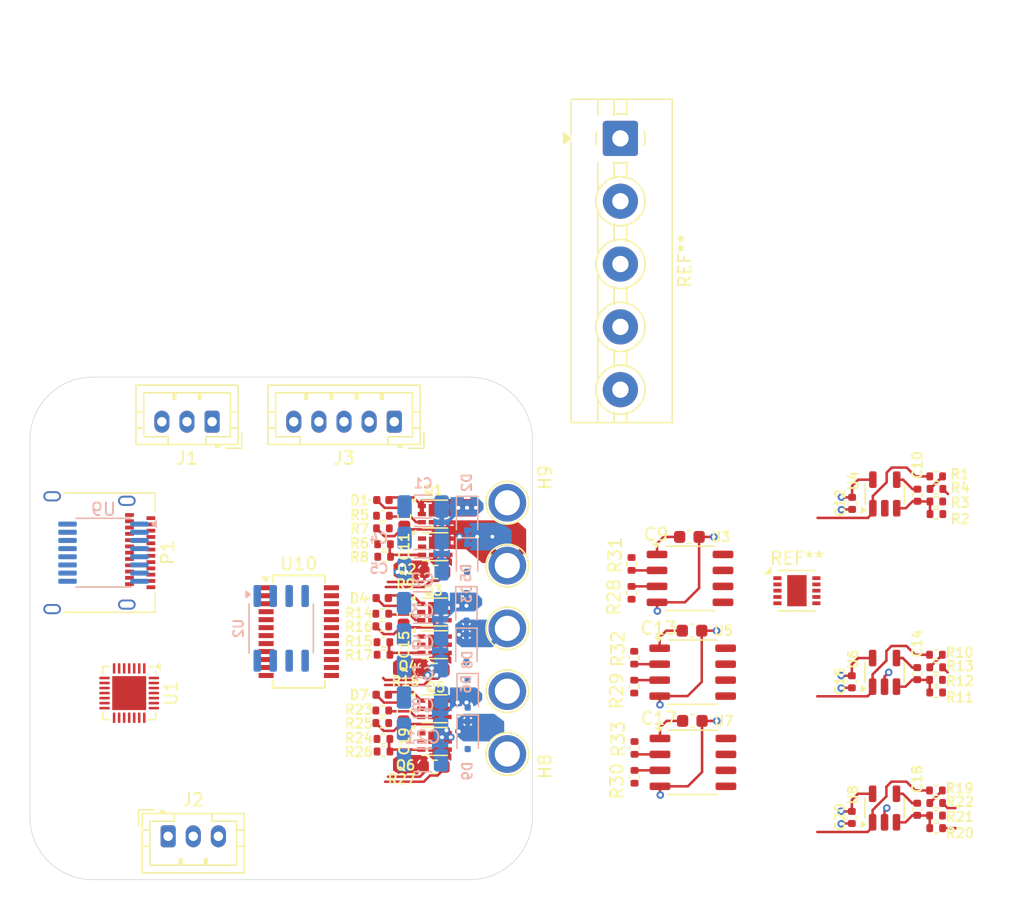
<source format=kicad_pcb>
(kicad_pcb (version 20240108) (generator "pcbnew") (generator_version "8.0")
  (layers (0 "F.Cu" signal) (1 "In1.Cu" signal) (2 "In2.Cu" signal) (31 "B.Cu" signal) (34 "B.Paste" user) (35 "F.Paste" user) (36 "B.SilkS" user "B.Silkscreen") (37 "F.SilkS" user "F.Silkscreen") (38 "B.Mask" user) (39 "F.Mask" user) (44 "Edge.Cuts" user))
  (net 0 "")
  (net 1 "VBUS")
  (net 2 "GND")
  (net 3 "Net-(Q1-G)")
  (net 4 "Net-(Q2-G)")
  (net 5 "Net-(Q3-G)")
  (net 6 "Net-(Q4-G)")
  (net 7 "Net-(Q5-G)")
  (net 8 "Net-(Q6-G)")
  (net 9 "+12V")
  (net 10 "Net-(U4A--)")
  (net 11 "Net-(U4A-+)")
  (net 12 "Net-(D1-K)")
  (net 13 "/PHASE_U")
  (net 14 "+3V3")
  (net 15 "Net-(U6A--)")
  (net 16 "Net-(U6A-+)")
  (net 17 "Net-(D4-K)")
  (net 18 "/PHASE_V")
  (net 19 "Net-(U8A--)")
  (net 20 "Net-(U8A-+)")
  (net 21 "Net-(D7-K)")
  (net 22 "/PHASE_W")
  (net 23 "/Half-Bridge U/I_SENSE")
  (net 24 "Net-(U3-HO)")
  (net 25 "Net-(U3-LO)")
  (net 26 "/Half-Bridge V/I_SENSE")
  (net 27 "Net-(U5-HO)")
  (net 28 "Net-(U5-LO)")
  (net 29 "/Half-Bridge W/I_SENSE")
  (net 30 "Net-(U7-HO)")
  (net 31 "Net-(U7-LO)")
  (net 40 "/Half-Bridge U/~{PWM_LO}")
  (net 41 "/Half-Bridge U/PWM_HI")
  (net 42 "/Half-Bridge V/PWM_HI")
  (net 43 "/Half-Bridge V/~{PWM_LO}")
  (net 44 "/Half-Bridge W/PWM_HI")
  (net 45 "/Half-Bridge W/~{PWM_LO}")
  (net 46 "Net-(Q2-S-Pad4)")
  (net 47 "Net-(Q4-S-Pad4)")
  (net 48 "Net-(Q6-S-Pad4)")
  (net 49 "Net-(P1-VBUS-PadA4)")
  (net 51 "Net-(P1-GND-PadA1)")
  (net 117 "Net-(U1-VSS-Pad16)")
  (footprint "Resistor_SMD:R_0402_1005Metric" (layer "F.Cu") (at 263.095 152.036 180)
    (property "Reference" "R7")
    (property "Value" "1k")
  )
  (footprint "Diode_SMD:D_0402_1005Metric" (layer "F.Cu") (at 263.045 157.586)
    (property "Reference" "D4")
    (property "Value" "D_Schottky_Filled")
  )
  (footprint "Capacitor_SMD:C_0402_1005Metric" (layer "F.Cu") (at 305.624 174.4 90)
    (property "Reference" "C18")
    (property "Value" "C_Small")
  )
  (footprint "TestPoint:TestPoint_Plated_Hole_D2.0mm" (layer "F.Cu") (at 273 170 90)
    (property "Reference" "H8")
    (property "Value" "MountingHole_Pad")
  )
  (footprint "Capacitor_SMD:C_0402_1005Metric" (layer "F.Cu") (at 305.624 163.6 90)
    (property "Reference" "C14")
    (property "Value" "C_Small")
  )
  (footprint "Resistor_SMD:R_0402_1005Metric" (layer "F.Cu") (at 307.114 172.9)
    (property "Reference" "R19")
    (property "Value" "47k")
  )
  (footprint "TerminalBlock:TerminalBlock_MaiXu_MX126-5.0-05P_1x05_P5.00mm" (layer "F.Cu") (at 282 121 -90)
    (property "Reference" "REF**")
    (property "Value" "TerminalBlock_MaiXu_MX126-5.0-05P_1x05_P5.00mm")
  )
  (footprint "Resistor_SMD:R_0402_1005Metric" (layer "F.Cu") (at 263.185 153.3)
    (property "Reference" "R6")
    (property "Value" "10")
  )
  (footprint "Resistor_SMD:R_0402_1005Metric" (layer "F.Cu") (at 263.135 161.1)
    (property "Reference" "R15")
    (property "Value" "10")
  )
  (footprint "Capacitor_SMD:C_0402_1005Metric" (layer "F.Cu") (at 300.444 150.05 -90)
    (property "Reference" "C12")
    (property "Value" "0.1uF")
  )
  (footprint "Resistor_SMD:R_0402_1005Metric" (layer "F.Cu") (at 283.1 164.635 -90)
    (property "Reference" "R29")
    (property "Value" "10k")
  )
  (footprint "FreeWheel:DFN-6-1EP_2x2mm_P0.65mm_2xEP" (layer "F.Cu") (at 267.245 150.9)
    (property "Reference" "Q1")
    (property "Value" "HSCB3014")
  )
  (footprint "Resistor_SMD:R_0402_1005Metric" (layer "F.Cu") (at 263.045 158.836)
    (property "Reference" "R14")
    (property "Value" "10")
  )
  (footprint "TestPoint:TestPoint_Plated_Hole_D2.0mm" (layer "F.Cu") (at 273 165)
    (property "Reference" "H7" (hide yes))
    (property "Value" "MountingHole_Pad")
  )
  (footprint "Resistor_SMD:R_0402_1005Metric" (layer "F.Cu") (at 263.145 162.1 180)
    (property "Reference" "R17")
    (property "Value" "1k")
  )
  (footprint "Diode_SMD:D_0402_1005Metric" (layer "F.Cu") (at 263.095 149.786)
    (property "Reference" "D1")
    (property "Value" "D_Schottky_Filled")
  )
  (footprint "Capacitor_SMD:C_0603_1608Metric" (layer "F.Cu") (at 287.49 152.72)
    (property "Reference" "C9")
    (property "Value" "1uF")
  )
  (footprint "Capacitor_SMD:C_0603_1608Metric" (layer "F.Cu") (at 287.7 160.185)
    (property "Reference" "C13")
    (property "Value" "1uF")
  )
  (footprint "Resistor_SMD:R_0402_1005Metric" (layer "F.Cu") (at 307.114 162.1)
    (property "Reference" "R10")
    (property "Value" "47k")
  )
  (footprint "FreeWheel:DFN-6-1EP_2x2mm_P0.65mm_2xEP" (layer "F.Cu") (at 267.21 169)
    (property "Reference" "Q6")
    (property "Value" "HSCB3014")
  )
  (footprint "Connector_JST:JST_PH_B3B-PH-K_1x03_P2.00mm_Vertical" (layer "F.Cu") (at 249.5 143.55 180)
    (property "Reference" "J1")
    (property "Value" "Conn_01x03")
  )
  (footprint "Package_TO_SOT_SMD:SOT-23-5" (layer "F.Cu") (at 303.044 149.3 90)
    (property "Reference" "U4")
    (property "Value" "COS8051")
  )
  (footprint "Connector_JST:JST_PH_B3B-PH-K_1x03_P2.00mm_Vertical" (layer "F.Cu") (at 246 176.55)
    (property "Reference" "J2")
    (property "Value" "Conn_01x03")
  )
  (footprint "Capacitor_SMD:C_0402_1005Metric" (layer "F.Cu") (at 305.644 149.4 90)
    (property "Reference" "C10")
    (property "Value" "C_Small")
  )
  (footprint "Resistor_SMD:R_0402_1005Metric" (layer "F.Cu") (at 307.134 175.9 180)
    (property "Reference" "R20")
    (property "Value" "47k")
  )
  (footprint "Resistor_SMD:R_0402_1005Metric" (layer "F.Cu") (at 283.125 171.815 -90)
    (property "Reference" "R30")
    (property "Value" "10k")
  )
  (footprint "Resistor_SMD:R_0603_1608Metric" (layer "F.Cu") (at 267.182999 163.314 180)
    (property "Reference" "R18")
    (property "Value" "10m")
  )
  (footprint "MountingHole:MountingHole_2.7mm_M2.5" (layer "F.Cu") (at 239 144)
    (property "Reference" "H2" (hide yes))
    (property "Value" "MountingHole")
  )
  (footprint "Resistor_SMD:R_0603_1608Metric" (layer "F.Cu") (at 267.233 155.514 180)
    (property "Reference" "R9")
    (property "Value" "10m")
  )
  (footprint "Capacitor_SMD:C_0402_1005Metric" (layer "F.Cu") (at 300.424 164.25 -90)
    (property "Reference" "C16")
    (property "Value" "0.1uF")
  )
  (footprint "Resistor_SMD:R_0402_1005Metric" (layer "F.Cu") (at 307.134 163.1)
    (property "Reference" "R13")
    (property "Value" "10k")
  )
  (footprint "Capacitor_SMD:C_0603_1608Metric" (layer "F.Cu") (at 287.725 167.365)
    (property "Reference" "C17")
    (property "Value" "1uF")
  )
  (footprint "Resistor_SMD:R_0402_1005Metric" (layer "F.Cu") (at 307.124 174.9)
    (property "Reference" "R21")
    (property "Value" "10k")
  )
  (footprint "Resistor_SMD:R_0402_1005Metric" (layer "F.Cu") (at 263.045 159.835999 180)
    (property "Reference" "R16")
    (property "Value" "1k")
  )
  (footprint "MountingHole:MountingHole_2.7mm_M2.5" (layer "F.Cu") (at 271 176)
    (property "Reference" "H4" (hide yes))
    (property "Value" "MountingHole")
  )
  (footprint "Resistor_SMD:R_0402_1005Metric" (layer "F.Cu") (at 307.134 165.1 180)
    (property "Reference" "R11")
    (property "Value" "47k")
  )
  (footprint "Resistor_SMD:R_0402_1005Metric" (layer "F.Cu") (at 307.144 149.9)
    (property "Reference" "R3")
    (property "Value" "10k")
  )
  (footprint "TestPoint:TestPoint_Plated_Hole_D2.0mm" (layer "F.Cu") (at 273 160)
    (property "Reference" "H6" (hide yes))
    (property "Value" "MountingHole_Pad")
  )
  (footprint "Capacitor_SMD:C_0603_1608Metric" (layer "F.Cu") (at 264.795 151.1 -90)
    (property "Reference" "C11")
    (property "Value" "1uF")
  )
  (footprint "Package_DFN_QFN:DFN-10-1EP_3x3mm_P0.5mm_EP1.55x2.48mm" (layer "F.Cu") (at 296.05 157)
    (property "Reference" "REF**")
    (property "Value" "DFN-10-1EP_3x3mm_P0.5mm_EP1.55x2.48mm")
  )
  (footprint "Resistor_SMD:R_0402_1005Metric" (layer "F.Cu") (at 283.1 162.335 -90)
    (property "Reference" "R32")
    (property "Value" "10k")
  )
  (footprint "Resistor_SMD:R_0402_1005Metric" (layer "F.Cu") (at 282.89 157.17 -90)
    (property "Reference" "R28")
    (property "Value" "10k")
  )
  (footprint "Resistor_SMD:R_0402_1005Metric" (layer "F.Cu") (at 307.124 164.1)
    (property "Reference" "R12")
    (property "Value" "10k")
  )
  (footprint "Resistor_SMD:R_0402_1005Metric" (layer "F.Cu") (at 307.154 148.9)
    (property "Reference" "R4")
    (property "Value" "10k")
  )
  (footprint "TestPoint:TestPoint_Plated_Hole_D2.0mm" (layer "F.Cu") (at 273 150 90)
    (property "Reference" "H9")
    (property "Value" "MountingHole_Pad")
  )
  (footprint "Connector_USB:USB_C_Receptacle_Amphenol_12401610E4-2A" (layer "F.Cu") (at 239.605 153.975 -90)
    (property "Reference" "P1")
    (property "Value" "USB_C_Plug_USB2.0")
  )
  (footprint "Package_DFN_QFN:QFN-28-1EP_4x4mm_P0.4mm_EP2.7x2.7mm" (layer "F.Cu") (at 242.9 165.15 -90)
    (property "Reference" "U1")
    (property "Value" "CH32V203GxUx")
  )
  (footprint "Resistor_SMD:R_0402_1005Metric" (layer "F.Cu") (at 263.095 151.036)
    (property "Reference" "R5")
    (property "Value" "10")
  )
  (footprint "Resistor_SMD:R_0402_1005Metric" (layer "F.Cu") (at 263.045 167.535999 180)
    (property "Reference" "R25")
    (property "Value" "1k")
  )
  (footprint "Capacitor_SMD:C_0402_1005Metric" (layer "F.Cu") (at 300.424 175.05 -90)
    (property "Reference" "C20")
    (property "Value" "0.1uF")
  )
  (footprint "Diode_SMD:D_0402_1005Metric" (layer "F.Cu") (at 263.045 165.286)
    (property "Reference" "D7")
    (property "Value" "D_Schottky_Filled")
  )
  (footprint "Resistor_SMD:R_0402_1005Metric" (layer "F.Cu") (at 263.045 166.536)
    (property "Reference" "R23")
    (property "Value" "10")
  )
  (footprint "Resistor_SMD:R_0603_1608Metric" (layer "F.Cu") (at 267.182999 171.014 180)
    (property "Reference" "R27")
    (property "Value" "10m")
  )
  (footprint "Resistor_SMD:R_0402_1005Metric" (layer "F.Cu") (at 263.135 168.8)
    (property "Reference" "R24")
    (property "Value" "10")
  )
  (footprint "FreeWheel:DFN-6-1EP_2x2mm_P0.65mm_2xEP" (layer "F.Cu") (at 267.195 166.400001)
    (property "Reference" "Q5")
    (property "Value" "HSCB3014")
  )
  (footprint "Resistor_SMD:R_0402_1005Metric" (layer "F.Cu") (at 307.134 147.9)
    (property "Reference" "R1")
    (property "Value" "47k")
  )
  (footprint "Package_TO_SOT_SMD:SOT-23-5" (layer "F.Cu") (at 303.024 174.3 90)
    (property "Reference" "U8")
    (property "Value" "COS8051")
  )
  (footprint "Resistor_SMD:R_0402_1005Metric" (layer "F.Cu") (at 307.134 173.9)
    (property "Reference" "R22")
    (property "Value" "10k")
  )
  (footprint "TestPoint:TestPoint_Plated_Hole_D2.0mm" (layer "F.Cu") (at 273 155)
    (property "Reference" "H5" (hide yes))
    (property "Value" "MountingHole_Pad")
  )
  (footprint "Connector_JST:JST_PH_B5B-PH-K_1x05_P2.00mm_Vertical" (layer "F.Cu") (at 264 143.55 180)
    (property "Reference" "J3")
    (property "Value" "Conn_01x05")
  )
  (footprint "FreeWheel:DFN-6-1EP_2x2mm_P0.65mm_2xEP" (layer "F.Cu") (at 267.26 153.5)
    (property "Reference" "Q2")
    (property "Value" "HSCB3014")
  )
  (footprint "Resistor_SMD:R_0402_1005Metric" (layer "F.Cu") (at 283.125 169.515 -90)
    (property "Reference" "R33")
    (property "Value" "10k")
  )
  (footprint "Capacitor_SMD:C_0603_1608Metric" (layer "F.Cu") (at 264.745 166.6 -90)
    (property "Reference" "C19")
    (property "Value" "1uF")
  )
  (footprint "Capacitor_SMD:C_0603_1608Metric" (layer "F.Cu") (at 264.745 158.9 -90)
    (property "Reference" "C15")
    (property "Value" "1uF")
  )
  (footprint "MountingHole:MountingHole_2.7mm_M2.5" (layer "F.Cu") (at 239 176)
    (property "Reference" "H3" (hide yes))
    (property "Value" "MountingHole")
  )
  (footprint "Package_SO:SOP-8_3.9x4.9mm_P1.27mm" (layer "F.Cu") (at 287.54 156.02)
    (property "Reference" "U3")
    (property "Value" "U2115C")
  )
  (footprint "Resistor_SMD:R_0402_1005Metric" (layer "F.Cu") (at 307.154 150.9 180)
    (property "Reference" "R2")
    (property "Value" "47k")
  )
  (footprint "Resistor_SMD:R_0402_1005Metric" (layer "F.Cu") (at 282.89 154.87 -90)
    (property "Reference" "R31")
    (property "Value" "10k")
  )
  (footprint "MountingHole:MountingHole_2.7mm_M2.5" (layer "F.Cu") (at 271 144)
    (property "Reference" "H1" (hide yes))
    (property "Value" "MountingHole")
  )
  (footprint "Resistor_SMD:R_0402_1005Metric" (layer "F.Cu") (at 263.145 169.8 180)
    (property "Reference" "R26")
    (property "Value" "1k")
  )
  (footprint "FreeWheel:DFN-6-1EP_2x2mm_P0.65mm_2xEP" (layer "F.Cu") (at 267.195 158.700001)
    (property "Reference" "Q3")
    (property "Value" "HSCB3014")
  )
  (footprint "Resistor_SMD:R_0402_1005Metric" (layer "F.Cu") (at 263.195 154.3 180)
    (property "Reference" "R8")
    (property "Value" "1k")
  )
  (footprint "Package_SO:SOP-8_3.9x4.9mm_P1.27mm" (layer "F.Cu") (at 287.775 170.665)
    (property "Reference" "U7")
    (property "Value" "U2115C")
  )
  (footprint "Package_SO:SOP-8_3.9x4.9mm_P1.27mm" (layer "F.Cu") (at 287.75 163.485)
    (property "Reference" "U5")
    (property "Value" "U2115C")
  )
  (footprint "Package_SO:SSOP-24_3.9x8.7mm_P0.635mm" (layer "F.Cu") (at 256.4 160.2575)
    (property "Reference" "U10")
    (property "Value" "UC6310")
  )
  (footprint "FreeWheel:DFN-6-1EP_2x2mm_P0.65mm_2xEP" (layer "F.Cu") (at 267.21 161.3)
    (property "Reference" "Q4")
    (property "Value" "HSCB3014")
  )
  (footprint "Package_TO_SOT_SMD:SOT-23-5" (layer "F.Cu") (at 303.024 163.5 90)
    (property "Reference" "U6")
    (property "Value" "COS8051")
  )
  (footprint "Diode_SMD:D_SOD-323F" (layer "B.Cu") (at 269.795 154.4 -90)
    (property "Reference" "D3")
    (property "Value" "D_Schottky_Filled")
  )
  (footprint "Diode_SMD:D_SOD-323F" (layer "B.Cu") (at 269.742258 158.288681 -90)
    (property "Reference" "D5")
    (property "Value" "D_Schottky_Filled")
  )
  (footprint "Capacitor_SMD:C_1206_3216Metric" (layer "B.Cu") (at 266.25 170.5 180)
    (property "Reference" "C21")
    (property "Value" "10uF")
  )
  (footprint "Diode_SMD:D_SOD-323F" (layer "B.Cu") (at 269.742258 161.588681 -90)
    (property "Reference" "D6")
    (property "Value" "D_Schottky_Filled")
  )
  (footprint "Diode_SMD:D_SOD-323F" (layer "B.Cu") (at 269.795 151.1 -90)
    (property "Reference" "D2")
    (property "Value" "D_Schottky_Filled")
  )
  (footprint "Capacitor_SMD:C_1206_3216Metric" (layer "B.Cu") (at 266.295 152.8 180)
    (property "Reference" "C4")
    (property "Value" "10uF")
  )
  (footprint "Capacitor_SMD:C_1206_3216Metric" (layer "B.Cu") (at 266.25 160.5 180)
    (property "Reference" "C3")
    (property "Value" "10uF")
  )
  (footprint "Capacitor_SMD:C_1206_3216Metric" (layer "B.Cu") (at 266.295 150.3 180)
    (property "Reference" "C1")
    (property "Value" "10uF")
  )
  (footprint "Diode_SMD:D_SOD-323F" (layer "B.Cu") (at 269.842435 168.502829 -90)
    (property "Reference" "D9")
    (property "Value" "D_Schottky_Filled")
  )
  (footprint "Package_SO:TSSOP-16_4.4x5mm_P0.65mm" (layer "B.Cu") (at 240.855 153.975 180)
    (property "Reference" "U9")
    (property "Value" "IP2721")
  )
  (footprint "Capacitor_SMD:C_1206_3216Metric" (layer "B.Cu") (at 266.25 165.5 180)
    (property "Reference" "C7")
    (property "Value" "10uF")
  )
  (footprint "Capacitor_SMD:C_1206_3216Metric" (layer "B.Cu") (at 266.25 158 180)
    (property "Reference" "C2")
    (property "Value" "10uF")
  )
  (footprint "Package_SO:SO-8_3.9x4.9mm_P1.27mm" (layer "B.Cu") (at 255 160 -90)
    (property "Reference" "U2")
    (property "Value" "MT6701CT")
  )
  (footprint "Diode_SMD:D_SOD-323F" (layer "B.Cu") (at 269.842435 165.202829 -90)
    (property "Reference" "D8")
    (property "Value" "D_Schottky_Filled")
  )
  (footprint "Capacitor_SMD:C_1206_3216Metric" (layer "B.Cu") (at 266.25 163 180)
    (property "Reference" "C6")
    (property "Value" "10uF")
  )
  (footprint "Capacitor_SMD:C_1206_3216Metric" (layer "B.Cu") (at 266.25 168 180)
    (property "Reference" "C8")
    (property "Value" "10uF")
  )
  (footprint "Capacitor_SMD:C_1206_3216Metric" (layer "B.Cu") (at 266.295 155.3 180)
    (property "Reference" "C5")
    (property "Value" "10uF")
  )
  (gr_arc (start 275 175) (mid 273.535534 178.535534) (end 270 180) (stroke (width 0.05)) (layer "Edge.Cuts"))
  (gr_arc (start 235 145) (mid 236.464466 141.464466) (end 240 140) (stroke (width 0.05)) (layer "Edge.Cuts"))
  (gr_line (start 240 140) (end 270 140) (stroke (width 0.05)) (layer "Edge.Cuts"))
  (gr_arc (start 270 140) (mid 273.535534 141.464466) (end 275 145) (stroke (width 0.05)) (layer "Edge.Cuts"))
  (gr_line (start 235 175) (end 235 145) (stroke (width 0.05)) (layer "Edge.Cuts"))
  (gr_arc (start 240 180) (mid 236.464466 178.535534) (end 235 175) (stroke (width 0.05)) (layer "Edge.Cuts"))
  (gr_line (start 275 145) (end 275 175) (stroke (width 0.05)) (layer "Edge.Cuts"))
  (gr_line (start 270 180) (end 240 180) (stroke (width 0.05)) (layer "Edge.Cuts"))
  (segment (start 265.52 149.575) (end 266.195 150.25) (width 0.2) (layer "F.Cu") (net 1))
  (segment (start 263.53 165.286) (end 263.741 165.075) (width 0.2) (layer "F.Cu") (net 1))
  (segment (start 263.741 157.375) (end 265.47 157.375) (width 0.2) (layer "F.Cu") (net 1))
  (segment (start 263.53 157.586) (end 263.741 157.375) (width 0.2) (layer "F.Cu") (net 1))
  (segment (start 263.791 149.575) (end 265.52 149.575) (width 0.2) (layer "F.Cu") (net 1))
  (segment (start 265.47 157.375) (end 266.145 158.05) (width 0.2) (layer "F.Cu") (net 1))
  (segment (start 263.58 149.786) (end 263.791 149.575) (width 0.2) (layer "F.Cu") (net 1))
  (segment (start 263.741 165.075) (end 265.47 165.075) (width 0.2) (layer "F.Cu") (net 1))
  (segment (start 265.47 165.075) (end 266.145 165.75) (width 0.2) (layer "F.Cu") (net 1))
  (via (at 268.498 168.664) (size 0.6) (drill 0.3) (layers "F.Cu" "B.Cu") (net 1))
  (via (at 266.998 163.164) (size 0.6) (drill 0.3) (layers "F.Cu" "B.Cu") (net 1))
  (via (at 268.148 168.114) (size 0.6) (drill 0.3) (layers "F.Cu" "B.Cu") (net 1))
  (via (at 269.794997 150.4) (size 0.6) (drill 0.3) (layers "F.Cu" "B.Cu") (net 1))
  (via (at 269.044994 158.2) (size 0.6) (drill 0.3) (layers "F.Cu" "B.Cu") (net 1))
  (via (at 269.044994 165.9) (size 0.6) (drill 0.3) (layers "F.Cu" "B.Cu") (net 1))
  (via (at 269.744997 158.2) (size 0.6) (drill 0.3) (layers "F.Cu" "B.Cu") (net 1))
  (via (at 269.044994 165.9) (size 0.6) (drill 0.3) (layers "F.Cu" "B.Cu") (net 1))
  (via (at 268.498 168.664) (size 0.6) (drill 0.3) (layers "F.Cu" "B.Cu") (net 1))
  (via (at 269.094994 150.4) (size 0.6) (drill 0.3) (layers "F.Cu" "B.Cu") (net 1))
  (via (at 267.798 168.664) (size 0.6) (drill 0.3) (layers "F.Cu" "B.Cu") (net 1))
  (via (at 269.744997 158.2) (size 0.6) (drill 0.3) (layers "F.Cu" "B.Cu") (net 1))
  (via (at 269.094994 150.4) (size 0.6) (drill 0.3) (layers "F.Cu" "B.Cu") (net 1))
  (via (at 269.044994 158.2) (size 0.6) (drill 0.3) (layers "F.Cu" "B.Cu") (net 1))
  (via (at 267.798 168.664) (size 0.6) (drill 0.3) (layers "F.Cu" "B.Cu") (net 1))
  (via (at 269.744997 165.9) (size 0.6) (drill 0.3) (layers "F.Cu" "B.Cu") (net 1))
  (via (at 269.794997 150.4) (size 0.6) (drill 0.3) (layers "F.Cu" "B.Cu") (net 1))
  (via (at 267.348 163.714) (size 0.6) (drill 0.3) (layers "F.Cu" "B.Cu") (net 1))
  (via (at 269.744997 158.2) (size 0.6) (drill 0.3) (layers "F.Cu" "B.Cu") (net 1))
  (via (at 267.348 163.714) (size 0.6) (drill 0.3) (layers "F.Cu" "B.Cu") (net 1))
  (via (at 269.744997 165.9) (size 0.6) (drill 0.3) (layers "F.Cu" "B.Cu") (net 1))
  (via (at 269.744997 165.9) (size 0.6) (drill 0.3) (layers "F.Cu" "B.Cu") (net 1))
  (via (at 266.998 163.164) (size 0.6) (drill 0.3) (layers "F.Cu" "B.Cu") (net 1))
  (via (at 269.794997 150.4) (size 0.6) (drill 0.3) (layers "F.Cu" "B.Cu") (net 1))
  (via (at 269.044994 165.9) (size 0.6) (drill 0.3) (layers "F.Cu" "B.Cu") (net 1))
  (via (at 268.148 168.114) (size 0.6) (drill 0.3) (layers "F.Cu" "B.Cu") (net 1))
  (via (at 269.044994 158.2) (size 0.6) (drill 0.3) (layers "F.Cu" "B.Cu") (net 1))
  (via (at 269.094994 150.4) (size 0.6) (drill 0.3) (layers "F.Cu" "B.Cu") (net 1))
  (via (at 270.495 150.4) (size 0.6) (drill 0.3) (layers "F.Cu" "B.Cu") (net 1))
  (segment (start 266.358 163.314) (end 266.358 163.937) (width 0.2) (layer "F.Cu") (net 2))
  (segment (start 288.475 160.185) (end 289.65 160.185) (width 0.2) (layer "F.Cu") (net 2))
  (segment (start 266.408 156.137) (end 266.239 156.306) (width 0.2) (layer "F.Cu") (net 2))
  (segment (start 303.024 175.4375) (end 303.024 174.483) (width 0.2) (layer "F.Cu") (net 2))
  (segment (start 308.07 149.306) (end 307.664 148.9) (width 0.2) (layer "F.Cu") (net 2))
  (segment (start 303.024 164.6375) (end 303.024 163.835) (width 0.2) (layer "F.Cu") (net 2))
  (segment (start 284.915 158.595) (end 284.94 158.62) (width 0.2) (layer "F.Cu") (net 2))
  (segment (start 303.024 163.835) (end 303.359 163.5) (width 0.2) (layer "F.Cu") (net 2))
  (segment (start 284.915 157.925) (end 287.135 157.925) (width 0.2) (layer "F.Cu") (net 2))
  (segment (start 266.357999 171.489) (end 266.040999 171.806) (width 0.2) (layer "F.Cu") (net 2))
  (segment (start 285.15 172.57) (end 285.15 173.24) (width 0.2) (layer "F.Cu") (net 2))
  (segment (start 299.62 150.53) (end 299.594 150.556) (width 0.2) (layer "F.Cu") (net 2))
  (segment (start 266.040999 171.806) (end 263.5 171.806) (width 0.2) (layer "F.Cu") (net 2))
  (segment (start 300.444 150.53) (end 299.62 150.53) (width 0.2) (layer "F.Cu") (net 2))
  (segment (start 299.6 164.73) (end 299.574 164.756) (width 0.2) (layer "F.Cu") (net 2))
  (segment (start 266.239 156.306) (end 263.486 156.306) (width 0.2) (layer "F.Cu") (net 2))
  (segment (start 285.15 172.57) (end 287.37 172.57) (width 0.2) (layer "F.Cu") (net 2))
  (segment (start 266.408 155.514) (end 266.408 156.137) (width 0.2) (layer "F.Cu") (net 2))
  (segment (start 308.674 174.306) (end 308.05 174.306) (width 0.2) (layer "F.Cu") (net 2))
  (segment (start 285.125 165.39) (end 285.125 166.06) (width 0.2) (layer "F.Cu") (net 2))
  (segment (start 307.644 175.9) (end 308.668 175.9) (width 0.2) (layer "F.Cu") (net 2))
  (segment (start 288.5 171.44) (end 288.5 167.365) (width 0.2) (layer "F.Cu") (net 2))
  (segment (start 308.05 163.506) (end 307.644 163.1) (width 0.2) (layer "F.Cu") (net 2))
  (segment (start 263.266 164.106) (end 263.11 163.95) (width 0.2) (layer "F.Cu") (net 2))
  (segment (start 308.668 175.9) (end 308.674 175.906) (width 0.2) (layer "F.Cu") (net 2))
  (segment (start 299.6 175.53) (end 299.574 175.556) (width 0.2) (layer "F.Cu") (net 2))
  (segment (start 266.357999 163.314) (end 265.565999 164.106) (width 0.2) (layer "F.Cu") (net 2))
  (segment (start 287.135 157.925) (end 288.265 156.795) (width 0.2) (layer "F.Cu") (net 2))
  (segment (start 288.475 164.26) (end 288.475 160.185) (width 0.2) (layer "F.Cu") (net 2))
  (segment (start 285.125 165.39) (end 287.345 165.39) (width 0.2) (layer "F.Cu") (net 2))
  (segment (start 288.265 152.72) (end 289.44 152.72) (width 0.2) (layer "F.Cu") (net 2))
  (segment (start 285.15 173.24) (end 285.175 173.265) (width 0.2) (layer "F.Cu") (net 2))
  (segment (start 284.915 157.925) (end 284.915 158.595) (width 0.2) (layer "F.Cu") (net 2))
  (segment (start 300.424 164.73) (end 299.6 164.73) (width 0.2) (layer "F.Cu") (net 2))
  (segment (start 287.37 172.57) (end 288.5 171.44) (width 0.2) (layer "F.Cu") (net 2))
  (segment (start 288.265 156.795) (end 288.265 152.72) (width 0.2) (layer "F.Cu") (net 2))
  (segment (start 308.05 174.306) (end 307.644 173.9) (width 0.2) (layer "F.Cu") (net 2))
  (segment (start 300.424 175.53) (end 299.6 175.53) (width 0.2) (layer "F.Cu") (net 2))
  (segment (start 265.565999 164.106) (end 263.266 164.106) (width 0.2) (layer "F.Cu") (net 2))
  (segment (start 303.024 174.483) (end 303.207 174.3) (width 0.2) (layer "F.Cu") (net 2))
  (segment (start 288.5 167.365) (end 289.675 167.365) (width 0.2) (layer "F.Cu") (net 2))
  (segment (start 287.345 165.39) (end 288.475 164.26) (width 0.2) (layer "F.Cu") (net 2))
  (segment (start 285.125 166.06) (end 285.15 166.085) (width 0.2) (layer "F.Cu") (net 2))
  (via (at 299.594 150.556) (size 0.6) (drill 0.3) (layers "F.Cu" "B.Cu") (net 2))
  (via (at 289.675 167.365) (size 0.6) (drill 0.3) (layers "F.Cu" "B.Cu") (net 2))
  (via (at 285.15 166.085) (size 0.6) (drill 0.3) (layers "F.Cu" "B.Cu") (net 2))
  (via (at 264.258 155.514) (size 0.6) (drill 0.3) (layers "F.Cu" "B.Cu") (net 2))
  (via (at 264.258 155.514) (size 0.6) (drill 0.3) (layers "F.Cu" "B.Cu") (net 2))
  (via (at 289.65 160.185) (size 0.6) (drill 0.3) (layers "F.Cu" "B.Cu") (net 2))
  (via (at 289.44 152.72) (size 0.6) (drill 0.3) (layers "F.Cu" "B.Cu") (net 2))
  (via (at 284.94 158.62) (size 0.6) (drill 0.3) (layers "F.Cu" "B.Cu") (net 2))
  (via (at 285.175 173.265) (size 0.6) (drill 0.3) (layers "F.Cu" "B.Cu") (net 2))
  (via (at 303.359 163.5) (size 0.6) (drill 0.3) (layers "F.Cu" "B.Cu") (net 2))
  (via (at 264.608 154.964) (size 0.6) (drill 0.3) (layers "F.Cu" "B.Cu") (net 2))
  (via (at 264.958 155.514) (size 0.6) (drill 0.3) (layers "F.Cu" "B.Cu") (net 2))
  (via (at 264.958 155.514) (size 0.6) (drill 0.3) (layers "F.Cu" "B.Cu") (net 2))
  (via (at 303.207 174.3) (size 0.6) (drill 0.3) (layers "F.Cu" "B.Cu") (net 2))
  (via (at 299.574 175.556) (size 0.6) (drill 0.3) (layers "F.Cu" "B.Cu") (net 2))
  (via (at 266.648 163.714) (size 0.6) (drill 0.3) (layers "F.Cu" "B.Cu") (net 2))
  (via (at 264.608 154.964) (size 0.6) (drill 0.3) (layers "F.Cu" "B.Cu") (net 2))
  (via (at 266.648 163.714) (size 0.6) (drill 0.3) (layers "F.Cu" "B.Cu") (net 2))
  (via (at 299.574 164.756) (size 0.6) (drill 0.3) (layers "F.Cu" "B.Cu") (net 2))
  (segment (start 265.743696 151.55) (end 265.293696 151.1) (width 0.2) (layer "F.Cu") (net 3))
  (segment (start 266.145 151.5) (end 266.195 151.55) (width 0.2) (layer "F.Cu") (net 3))
  (segment (start 266.195 151.55) (end 265.743696 151.55) (width 0.2) (layer "F.Cu") (net 3))
  (segment (start 266.145 151.5) (end 266.195 151.55) (width 0.2) (layer "F.Cu") (net 3))
  (segment (start 265.293696 151.1) (end 263.909 151.1) (width 0.2) (layer "F.Cu") (net 3))
  (segment (start 266.21 154.15) (end 263.705 154.15) (width 0.2) (layer "F.Cu") (net 4))
  (segment (start 263.642 153.236) (end 263.642 154.286) (width 0.2) (layer "F.Cu") (net 4))
  (segment (start 266.21 154.15) (end 265.015 154.15) (width 0.2) (layer "F.Cu") (net 4))
  (segment (start 263.642 153.236) (end 263.642 154.286) (width 0.2) (layer "F.Cu") (net 4))
  (segment (start 266.145 159.35) (end 265.693696 159.35) (width 0.2) (layer "F.Cu") (net 5))
  (segment (start 265.693696 159.35) (end 265.243696 158.9) (width 0.2) (layer "F.Cu") (net 5))
  (segment (start 266.095 159.3) (end 266.145 159.35) (width 0.2) (layer "F.Cu") (net 5))
  (segment (start 265.243696 158.9) (end 263.859 158.9) (width 0.2) (layer "F.Cu") (net 5))
  (segment (start 266.095 159.3) (end 266.145 159.35) (width 0.2) (layer "F.Cu") (net 5))
  (segment (start 263.592 161.036) (end 263.592 162.086) (width 0.2) (layer "F.Cu") (net 6))
  (segment (start 266.16 161.95) (end 264.965 161.95) (width 0.2) (layer "F.Cu") (net 6))
  (segment (start 263.592 161.036) (end 263.592 162.086) (width 0.2) (layer "F.Cu") (net 6))
  (segment (start 266.16 161.95) (end 263.655 161.95) (width 0.2) (layer "F.Cu") (net 6))
  (segment (start 265.693696 167.05) (end 265.243696 166.6) (width 0.2) (layer "F.Cu") (net 7))
  (segment (start 265.243696 166.6) (end 263.859 166.6) (width 0.2) (layer "F.Cu") (net 7))
  (segment (start 266.095 167) (end 266.145 167.05) (width 0.2) (layer "F.Cu") (net 7))
  (segment (start 266.145 167.05) (end 265.693696 167.05) (width 0.2) (layer "F.Cu") (net 7))
  (segment (start 266.095 167) (end 266.145 167.05) (width 0.2) (layer "F.Cu") (net 7))
  (segment (start 263.592 168.736) (end 263.592 169.786) (width 0.2) (layer "F.Cu") (net 8))
  (segment (start 266.16 169.65) (end 263.655 169.65) (width 0.2) (layer "F.Cu") (net 8))
  (segment (start 266.16 169.65) (end 264.965 169.65) (width 0.2) (layer "F.Cu") (net 8))
  (segment (start 263.592 168.736) (end 263.592 169.786) (width 0.2) (layer "F.Cu") (net 8))
  (segment (start 284.915 153.245) (end 284.915 154.115) (width 0.2) (layer "F.Cu") (net 9))
  (segment (start 286.95 167.365) (end 285.675 167.365) (width 0.2) (layer "F.Cu") (net 9))
  (segment (start 285.65 160.185) (end 285.125 160.71) (width 0.2) (layer "F.Cu") (net 9))
  (segment (start 286.715 152.72) (end 285.44 152.72) (width 0.2) (layer "F.Cu") (net 9))
  (segment (start 285.15 167.89) (end 285.15 168.76) (width 0.2) (layer "F.Cu") (net 9))
  (segment (start 285.675 167.365) (end 285.15 167.89) (width 0.2) (layer "F.Cu") (net 9))
  (segment (start 285.125 160.71) (end 285.125 161.58) (width 0.2) (layer "F.Cu") (net 9))
  (segment (start 285.44 152.72) (end 284.915 153.245) (width 0.2) (layer "F.Cu") (net 9))
  (segment (start 286.925 160.185) (end 285.65 160.185) (width 0.2) (layer "F.Cu") (net 9))
  (segment (start 305.644 148.92) (end 305.258 148.92) (width 0.2) (layer "F.Cu") (net 10))
  (segment (start 307.644 147.9) (end 306.644 148.9) (width 0.2) (layer "F.Cu") (net 10))
  (segment (start 305.258 148.92) (end 304.5005 148.1625) (width 0.2) (layer "F.Cu") (net 10))
  (segment (start 304.5005 148.1625) (end 303.994 148.1625) (width 0.2) (layer "F.Cu") (net 10))
  (segment (start 305.664 149.9) (end 305.644 149.88) (width 0.2) (layer "F.Cu") (net 11))
  (segment (start 304.7125 150.4375) (end 303.994 150.4375) (width 0.2) (layer "F.Cu") (net 11))
  (segment (start 305.644 149.88) (end 305.27 149.88) (width 0.2) (layer "F.Cu") (net 11))
  (segment (start 306.644 150.9) (end 306.644 149.91) (width 0.2) (layer "F.Cu") (net 11))
  (segment (start 306.634 149.9) (end 305.664 149.9) (width 0.2) (layer "F.Cu") (net 11))
  (segment (start 306.644 149.91) (end 306.634 149.9) (width 0.2) (layer "F.Cu") (net 11))
  (segment (start 305.27 149.88) (end 304.7125 150.4375) (width 0.2) (layer "F.Cu") (net 11))
  (segment (start 264.714 150.406) (end 264.795 150.325) (width 0.2) (layer "F.Cu") (net 12))
  (segment (start 263.23 150.406) (end 264.714 150.406) (width 0.2) (layer "F.Cu") (net 12))
  (segment (start 262.61 149.786) (end 263.23 150.406) (width 0.2) (layer "F.Cu") (net 12))
  (segment (start 264.55 150.08) (end 264.795 150.325) (width 0.2) (layer "F.Cu") (net 12))
  (segment (start 264.795 150.325) (end 264.885 150.325) (width 0.2) (layer "F.Cu") (net 12))
  (segment (start 267.245 152.05) (end 267.245 151.55) (width 0.2) (layer "F.Cu") (net 13))
  (segment (start 264.415 152.12) (end 267.175 152.12) (width 0.2) (layer "F.Cu") (net 13))
  (segment (start 262.585 152.036) (end 263.205 152.656) (width 0.2) (layer "F.Cu") (net 13))
  (segment (start 264.014 152.656) (end 264.795 151.875) (width 0.2) (layer "F.Cu") (net 13))
  (segment (start 267.175 152.12) (end 267.245 152.05) (width 0.2) (layer "F.Cu") (net 13))
  (segment (start 263.205 152.656) (end 264.014 152.656) (width 0.2) (layer "F.Cu") (net 13))
  (segment (start 267.175 152.12) (end 267.245 152.05) (width 0.2) (layer "F.Cu") (net 13))
  (segment (start 264.415 152.12) (end 267.175 152.12) (width 0.2) (layer "F.Cu") (net 13))
  (segment (start 267.245 152.05) (end 267.245 151.55) (width 0.2) (layer "F.Cu") (net 13))
  (via (at 269.195 152.7) (size 0.6) (drill 0.3) (layers "F.Cu" "B.Cu") (net 13))
  (via (at 270.595 152.7) (size 0.6) (drill 0.3) (layers "F.Cu" "B.Cu") (net 13))
  (via (at 271.8075 152.7) (size 0.6) (drill 0.3) (layers "F.Cu" "B.Cu") (net 13))
  (segment (start 302.074 162.3625) (end 300.9175 162.3625) (width 0.2) (layer "F.Cu") (net 14))
  (segment (start 300.424 163.77) (end 299.588 163.77) (width 0.2) (layer "F.Cu") (net 14))
  (segment (start 299.608 149.57) (end 299.594 149.556) (width 0.2) (layer "F.Cu") (net 14))
  (segment (start 300.424 174.57) (end 299.588 174.57) (width 0.2) (layer "F.Cu") (net 14))
  (segment (start 300.9175 173.1625) (end 300.424 173.656) (width 0.2) (layer "F.Cu") (net 14))
  (segment (start 300.424 173.656) (end 300.424 174.57) (width 0.2) (layer "F.Cu") (net 14))
  (segment (start 299.588 163.77) (end 299.574 163.756) (width 0.2) (layer "F.Cu") (net 14))
  (segment (start 300.444 148.656) (end 300.444 149.57) (width 0.2) (layer "F.Cu") (net 14))
  (segment (start 300.424 162.856) (end 300.424 163.77) (width 0.2) (layer "F.Cu") (net 14))
  (segment (start 302.074 173.1625) (end 300.9175 173.1625) (width 0.2) (layer "F.Cu") (net 14))
  (segment (start 300.444 149.57) (end 299.608 149.57) (width 0.2) (layer "F.Cu") (net 14))
  (segment (start 299.588 174.57) (end 299.574 174.556) (width 0.2) (layer "F.Cu") (net 14))
  (segment (start 302.094 148.1625) (end 300.9375 148.1625) (width 0.2) (layer "F.Cu") (net 14))
  (segment (start 300.9375 148.1625) (end 300.444 148.656) (width 0.2) (layer "F.Cu") (net 14))
  (segment (start 300.9175 162.3625) (end 300.424 162.856) (width 0.2) (layer "F.Cu") (net 14))
  (via (at 299.574 163.756) (size 0.6) (drill 0.3) (layers "F.Cu" "B.Cu") (net 14))
  (via (at 299.594 149.556) (size 0.6) (drill 0.3) (layers "F.Cu" "B.Cu") (net 14))
  (via (at 299.574 174.556) (size 0.6) (drill 0.3) (layers "F.Cu" "B.Cu") (net 14))
  (segment (start 304.4805 162.3625) (end 303.974 162.3625) (width 0.2) (layer "F.Cu") (net 15))
  (segment (start 307.624 162.1) (end 306.624 163.1) (width 0.2) (layer "F.Cu") (net 15))
  (segment (start 305.238 163.12) (end 304.4805 162.3625) (width 0.2) (layer "F.Cu") (net 15))
  (segment (start 305.624 163.12) (end 305.238 163.12) (width 0.2) (layer "F.Cu") (net 15))
  (segment (start 305.25 164.08) (end 304.6925 164.6375) (width 0.2) (layer "F.Cu") (net 16))
  (segment (start 306.614 164.1) (end 305.644 164.1) (width 0.2) (layer "F.Cu") (net 16))
  (segment (start 305.644 164.1) (end 305.624 164.08) (width 0.2) (layer "F.Cu") (net 16))
  (segment (start 304.6925 164.6375) (end 303.974 164.6375) (width 0.2) (layer "F.Cu") (net 16))
  (segment (start 305.624 164.08) (end 305.25 164.08) (width 0.2) (layer "F.Cu") (net 16))
  (segment (start 306.624 164.11) (end 306.614 164.1) (width 0.2) (layer "F.Cu") (net 16))
  (segment (start 306.624 165.1) (end 306.624 164.11) (width 0.2) (layer "F.Cu") (net 16))
  (segment (start 262.56 157.586) (end 263.18 158.206) (width 0.2) (layer "F.Cu") (net 17))
  (segment (start 263.18 158.206) (end 264.664 158.206) (width 0.2) (layer "F.Cu") (net 17))
  (segment (start 264.664 158.206) (end 264.745 158.125) (width 0.2) (layer "F.Cu") (net 17))
  (segment (start 264.745 158.125) (end 264.835 158.125) (width 0.2) (layer "F.Cu") (net 17))
  (segment (start 264.5 157.88) (end 264.745 158.125) (width 0.2) (layer "F.Cu") (net 17))
  (segment (start 264.365 159.92) (end 267.125 159.92) (width 0.2) (layer "F.Cu") (net 18))
  (segment (start 262.535 159.836) (end 263.155 160.456) (width 0.2) (layer "F.Cu") (net 18))
  (segment (start 267.195 159.85) (end 267.195 159.35) (width 0.2) (layer "F.Cu") (net 18))
  (segment (start 267.195 159.85) (end 267.195 159.35) (width 0.2) (layer "F.Cu") (net 18))
  (segment (start 263.155 160.456) (end 263.964 160.456) (width 0.2) (layer "F.Cu") (net 18))
  (segment (start 264.365 159.92) (end 267.125 159.92) (width 0.2) (layer "F.Cu") (net 18))
  (segment (start 267.125 159.92) (end 267.195 159.85) (width 0.2) (layer "F.Cu") (net 18))
  (segment (start 267.125 159.92) (end 267.195 159.85) (width 0.2) (layer "F.Cu") (net 18))
  (segment (start 263.964 160.456) (end 264.745 159.675) (width 0.2) (layer "F.Cu") (net 18))
  (via (at 269.145 160.5) (size 0.6) (drill 0.3) (layers "F.Cu" "B.Cu") (net 18))
  (segment (start 307.624 172.9) (end 306.624 173.9) (width 0.2) (layer "F.Cu") (net 19))
  (segment (start 304.4805 173.1625) (end 303.974 173.1625) (width 0.2) (layer "F.Cu") (net 19))
  (segment (start 305.238 173.92) (end 304.4805 173.1625) (width 0.2) (layer "F.Cu") (net 19))
  (segment (start 305.624 173.92) (end 305.238 173.92) (width 0.2) (layer "F.Cu") (net 19))
  (segment (start 306.624 174.91) (end 306.614 174.9) (width 0.2) (layer "F.Cu") (net 20))
  (segment (start 305.624 174.88) (end 305.25 174.88) (width 0.2) (layer "F.Cu") (net 20))
  (segment (start 304.6925 175.4375) (end 303.974 175.4375) (width 0.2) (layer "F.Cu") (net 20))
  (segment (start 306.614 174.9) (end 305.644 174.9) (width 0.2) (layer "F.Cu") (net 20))
  (segment (start 306.624 175.9) (end 306.624 174.91) (width 0.2) (layer "F.Cu") (net 20))
  (segment (start 305.644 174.9) (end 305.624 174.88) (width 0.2) (layer "F.Cu") (net 20))
  (segment (start 305.25 174.88) (end 304.6925 175.4375) (width 0.2) (layer "F.Cu") (net 20))
  (segment (start 264.5 165.58) (end 264.745 165.825) (width 0.2) (layer "F.Cu") (net 21))
  (segment (start 262.56 165.286) (end 263.18 165.906) (width 0.2) (layer "F.Cu") (net 21))
  (segment (start 263.18 165.906) (end 264.664 165.906) (width 0.2) (layer "F.Cu") (net 21))
  (segment (start 264.664 165.906) (end 264.745 165.825) (width 0.2) (layer "F.Cu") (net 21))
  (segment (start 264.745 165.825) (end 264.835 165.825) (width 0.2) (layer "F.Cu") (net 21))
  (segment (start 262.535 167.536) (end 263.155 168.156) (width 0.2) (layer "F.Cu") (net 22))
  (segment (start 264.365 167.62) (end 267.125 167.62) (width 0.2) (layer "F.Cu") (net 22))
  (segment (start 263.964 168.156) (end 264.745 167.375) (width 0.2) (layer "F.Cu") (net 22))
  (segment (start 267.195 167.55) (end 267.195 167.05) (width 0.2) (layer "F.Cu") (net 22))
  (segment (start 267.125 167.62) (end 267.195 167.55) (width 0.2) (layer "F.Cu") (net 22))
  (segment (start 267.125 167.62) (end 267.195 167.55) (width 0.2) (layer "F.Cu") (net 22))
  (segment (start 264.365 167.62) (end 267.125 167.62) (width 0.2) (layer "F.Cu") (net 22))
  (segment (start 267.195 167.55) (end 267.195 167.05) (width 0.2) (layer "F.Cu") (net 22))
  (segment (start 263.155 168.156) (end 263.964 168.156) (width 0.2) (layer "F.Cu") (net 22))
  (via (at 269.145 168.2) (size 0.6) (drill 0.3) (layers "F.Cu" "B.Cu") (net 22))
  (segment (start 301.694 151.206) (end 297.694 151.206) (width 0.2) (layer "F.Cu") (net 23))
  (segment (start 303.6 147.2) (end 303.194 147.606) (width 0.2) (layer "F.Cu") (net 23))
  (segment (start 304.788 147.2) (end 303.6 147.2) (width 0.2) (layer "F.Cu") (net 23))
  (segment (start 302.094 150.4375) (end 302.094 150.806) (width 0.2) (layer "F.Cu") (net 23))
  (segment (start 306.624 147.9) (end 305.488 147.9) (width 0.2) (layer "F.Cu") (net 23))
  (segment (start 303.194 147.606) (end 303.194 148.365552) (width 0.2) (layer "F.Cu") (net 23))
  (segment (start 302.094 150.806) (end 301.694 151.206) (width 0.2) (layer "F.Cu") (net 23))
  (segment (start 302.094 149.465552) (end 302.094 150.4375) (width 0.2) (layer "F.Cu") (net 23))
  (segment (start 303.194 148.365552) (end 302.094 149.465552) (width 0.2) (layer "F.Cu") (net 23))
  (segment (start 305.488 147.9) (end 304.788 147.2) (width 0.2) (layer "F.Cu") (net 23))
  (segment (start 304.768 161.4) (end 303.58 161.4) (width 0.2) (layer "F.Cu") (net 26))
  (segment (start 301.674 165.406) (end 297.674 165.406) (width 0.2) (layer "F.Cu") (net 26))
  (segment (start 302.074 164.6375) (end 302.074 165.006) (width 0.2) (layer "F.Cu") (net 26))
  (segment (start 306.604 162.1) (end 305.468 162.1) (width 0.2) (layer "F.Cu") (net 26))
  (segment (start 303.174 162.565552) (end 302.074 163.665552) (width 0.2) (layer "F.Cu") (net 26))
  (segment (start 302.074 165.006) (end 301.674 165.406) (width 0.2) (layer "F.Cu") (net 26))
  (segment (start 303.58 161.4) (end 303.174 161.806) (width 0.2) (layer "F.Cu") (net 26))
  (segment (start 302.074 163.665552) (end 302.074 164.6375) (width 0.2) (layer "F.Cu") (net 26))
  (segment (start 305.468 162.1) (end 304.768 161.4) (width 0.2) (layer "F.Cu") (net 26))
  (segment (start 303.174 161.806) (end 303.174 162.565552) (width 0.2) (layer "F.Cu") (net 26))
  (segment (start 305.468 172.9) (end 304.768 172.2) (width 0.2) (layer "F.Cu") (net 29))
  (segment (start 304.768 172.2) (end 303.58 172.2) (width 0.2) (layer "F.Cu") (net 29))
  (segment (start 302.074 175.806) (end 301.674 176.206) (width 0.2) (layer "F.Cu") (net 29))
  (segment (start 303.174 173.365552) (end 302.074 174.465552) (width 0.2) (layer "F.Cu") (net 29))
  (segment (start 301.674 176.206) (end 297.674 176.206) (width 0.2) (layer "F.Cu") (net 29))
  (segment (start 303.58 172.2) (end 303.174 172.606) (width 0.2) (layer "F.Cu") (net 29))
  (segment (start 306.604 172.9) (end 305.468 172.9) (width 0.2) (layer "F.Cu") (net 29))
  (segment (start 302.074 175.4375) (end 302.074 175.806) (width 0.2) (layer "F.Cu") (net 29))
  (segment (start 302.074 174.465552) (end 302.074 175.4375) (width 0.2) (layer "F.Cu") (net 29))
  (segment (start 303.174 172.606) (end 303.174 173.365552) (width 0.2) (layer "F.Cu") (net 29))
  (segment (start 284.915 156.655) (end 282.895 156.655) (width 0.2) (layer "F.Cu") (net 40))
  (segment (start 282.895 156.655) (end 282.89 156.66) (width 0.2) (layer "F.Cu") (net 40))
  (segment (start 282.895 155.385) (end 282.89 155.38) (width 0.2) (layer "F.Cu") (net 41))
  (segment (start 284.915 155.385) (end 282.895 155.385) (width 0.2) (layer "F.Cu") (net 41))
  (segment (start 283.105 162.85) (end 283.1 162.845) (width 0.2) (layer "F.Cu") (net 42))
  (segment (start 285.125 162.85) (end 283.105 162.85) (width 0.2) (layer "F.Cu") (net 42))
  (segment (start 283.105 164.12) (end 283.1 164.125) (width 0.2) (layer "F.Cu") (net 43))
  (segment (start 285.125 164.12) (end 283.105 164.12) (width 0.2) (layer "F.Cu") (net 43))
  (segment (start 283.13 170.03) (end 283.125 170.025) (width 0.2) (layer "F.Cu") (net 44))
  (segment (start 285.15 170.03) (end 283.13 170.03) (width 0.2) (layer "F.Cu") (net 44))
  (segment (start 285.15 171.3) (end 283.13 171.3) (width 0.2) (layer "F.Cu") (net 45))
  (segment (start 283.13 171.3) (end 283.125 171.305) (width 0.2) (layer "F.Cu") (net 45))
  (segment (start 268.085 155.76) (end 268.085 155.7) (width 0.2) (layer "F.Cu") (net 46))
  (segment (start 266.900686 156.21) (end 266.404686 156.706) (width 0.2) (layer "F.Cu") (net 46))
  (segment (start 267.995 155.7) (end 267.485 156.21) (width 0.2) (layer "F.Cu") (net 46))
  (segment (start 267.485 156.21) (end 266.900686 156.21) (width 0.2) (layer "F.Cu") (net 46))
  (segment (start 268.085 155.7) (end 267.995 155.7) (width 0.2) (layer "F.Cu") (net 46))
  (segment (start 267.995 155.7) (end 267.485 156.21) (width 0.2) (layer "F.Cu") (net 46))
  (segment (start 266.404686 156.706) (end 263.320315 156.706) (width 0.2) (layer "F.Cu") (net 46))
  (segment (start 267.995 155.7) (end 267.485 156.21) (width 0.2) (layer "F.Cu") (net 46))
  (segment (start 307.654 149.9) (end 307.66 149.906) (width 0.2) (layer "F.Cu") (net 46))
  (segment (start 268.085 155.7) (end 267.995 155.7) (width 0.2) (layer "F.Cu") (net 46))
  (segment (start 268.085 155.7) (end 267.995 155.7) (width 0.2) (layer "F.Cu") (net 46))
  (segment (start 267.945 163.5) (end 267.435 164.01) (width 0.2) (layer "F.Cu") (net 47))
  (segment (start 267.945 163.5) (end 267.435 164.01) (width 0.2) (layer "F.Cu") (net 47))
  (segment (start 268.035 163.5) (end 267.945 163.5) (width 0.2) (layer "F.Cu") (net 47))
  (segment (start 268.035 163.5) (end 267.945 163.5) (width 0.2) (layer "F.Cu") (net 47))
  (segment (start 267.435 164.01) (end 266.850686 164.01) (width 0.2) (layer "F.Cu") (net 47))
  (segment (start 266.354686 164.506) (end 263.270315 164.506) (width 0.2) (layer "F.Cu") (net 47))
  (segment (start 266.850686 164.01) (end 266.354686 164.506) (width 0.2) (layer "F.Cu") (net 47))
  (segment (start 268.035 163.5) (end 267.945 163.5) (width 0.2) (layer "F.Cu") (net 47))
  (segment (start 307.634 164.1) (end 307.64 164.106) (width 0.2) (layer "F.Cu") (net 47))
  (segment (start 267.945 163.5) (end 267.435 164.01) (width 0.2) (layer "F.Cu") (net 47))
  (segment (start 268.035 163.56) (end 268.035 163.5) (width 0.2) (layer "F.Cu") (net 47))
  (segment (start 266.354686 172.206) (end 263.270315 172.206) (width 0.2) (layer "F.Cu") (net 48))
  (segment (start 266.850686 171.71) (end 266.354686 172.206) (width 0.2) (layer "F.Cu") (net 48))
  (segment (start 307.634 174.9) (end 307.64 174.906) (width 0.2) (layer "F.Cu") (net 48))
  (segment (start 267.945 171.2) (end 267.435 171.71) (width 0.2) (layer "F.Cu") (net 48))
  (segment (start 268.035 171.2) (end 267.945 171.2) (width 0.2) (layer "F.Cu") (net 48))
  (segment (start 267.435 171.71) (end 266.850686 171.71) (width 0.2) (layer "F.Cu") (net 48))
  (segment (start 268.035 171.26) (end 268.035 171.2) (width 0.2) (layer "F.Cu") (net 48))
  (segment (start 268.035 171.2) (end 267.945 171.2) (width 0.2) (layer "F.Cu") (net 48))
  (segment (start 267.945 171.2) (end 267.435 171.71) (width 0.2) (layer "F.Cu") (net 48))
  (segment (start 267.945 171.2) (end 267.435 171.71) (width 0.2) (layer "F.Cu") (net 48))
  (segment (start 268.035 171.2) (end 267.945 171.2) (width 0.2) (layer "F.Cu") (net 48))
  (zone (net 13) (net_name "/PHASE_U") (layer "F.Cu") (priority 3) (connect_pads (clearance 0.127)) (min_thickness 0.127) (fill yes (thermal_gap 0.127) (thermal_bridge_width 0.508) (island_removal_mode 1) (island_area_min 9.999997))
    (polygon (pts (xy 267.548 151.4) (xy 267.548 151.7) (xy 266.648 152.6) (xy 266.648 153.7) (xy 269.7 153.7) (xy 271 154.8) (xy 273.7 154.8) (xy 274.6 154.2) (xy 274.6 152.2) (xy 273.7 151.4)))
  )
  (zone (net 2) (net_name "GND") (layer "F.Cu") (priority 1) (connect_pads (clearance 0.127)) (min_thickness 0.127) (fill yes (thermal_gap 0.127) (thermal_bridge_width 0.5))
    (polygon (pts (xy 264.458 156.114) (xy 263.958 155.814) (xy 263.958 154.914) (xy 264.358 154.614) (xy 265.958 154.614) (xy 266.258 154.914) (xy 266.258 156.114)))
  )
  (zone (net 46) (net_name "Net-(Q2-S-Pad4)") (layer "F.Cu") (connect_pads (clearance 0.127)) (min_thickness 0.127) (fill yes (thermal_gap 0.127) (thermal_bridge_width 0.5))
    (polygon (pts (xy 266.795 154) (xy 268.595 154) (xy 268.595 155.9) (xy 268.395 156.2) (xy 267.695 156.2) (xy 267.495 155.9) (xy 267.495 155.2) (xy 266.795 154.7)))
  )
  (zone (net 48) (net_name "Net-(Q6-S-Pad4)") (layer "F.Cu") (connect_pads (clearance 0.127)) (min_thickness 0.127) (fill yes (thermal_gap 0.127) (thermal_bridge_width 0.5))
    (polygon (pts (xy 266.745 169.5) (xy 268.545 169.5) (xy 268.545 171.4) (xy 268.345 171.7) (xy 267.645 171.7) (xy 267.445 171.4) (xy 267.445 170.7) (xy 266.745 170.2)))
  )
  (zone (net 2) (net_name "GND") (layer "F.Cu") (priority 1) (connect_pads (clearance 0.127)) (min_thickness 0.127) (fill yes (thermal_gap 0.127) (thermal_bridge_width 0.5))
    (polygon (pts (xy 264.408 171.614) (xy 263.908 171.314) (xy 263.908 170.414) (xy 264.308 170.114) (xy 265.908 170.114) (xy 266.208 170.414) (xy 266.208 171.614)))
  )
  (zone (net 2) (net_name "GND") (layer "F.Cu") (priority 1) (connect_pads (clearance 0.127)) (min_thickness 0.127) (fill yes (thermal_gap 0.127) (thermal_bridge_width 0.5))
    (polygon (pts (xy 264.458 156.114) (xy 263.958 155.814) (xy 263.958 154.914) (xy 264.358 154.614) (xy 265.958 154.614) (xy 266.258 154.914) (xy 266.258 156.114)))
  )
  (zone (net 2) (net_name "GND") (layer "F.Cu") (priority 1) (connect_pads (clearance 0.127)) (min_thickness 0.127) (fill yes (thermal_gap 0.127) (thermal_bridge_width 0.5))
    (polygon (pts (xy 264.995 156.1) (xy 264.495 155.8) (xy 264.495 154.9) (xy 264.895 154.6) (xy 266.495 154.6) (xy 266.795 154.9) (xy 266.795 156.1)))
  )
  (zone (net 2) (net_name "GND") (layer "F.Cu") (priority 1) (connect_pads (clearance 0.127)) (min_thickness 0.127) (fill yes (thermal_gap 0.127) (thermal_bridge_width 0.5))
    (polygon (pts (xy 264.408 163.914) (xy 263.908 163.614) (xy 263.908 162.714) (xy 264.308 162.414) (xy 265.908 162.414) (xy 266.208 162.714) (xy 266.208 163.914)))
  )
  (zone (net 2) (net_name "GND") (layer "F.Cu") (priority 1) (connect_pads (clearance 0.127)) (min_thickness 0.127) (fill yes (thermal_gap 0.127) (thermal_bridge_width 0.5))
    (polygon (pts (xy 264.408 163.914) (xy 263.908 163.614) (xy 263.908 162.714) (xy 264.308 162.414) (xy 265.908 162.414) (xy 266.208 162.714) (xy 266.208 163.914)))
  )
  (zone (net 2) (net_name "GND") (layer "F.Cu") (priority 1) (connect_pads (clearance 0.127)) (min_thickness 0.127) (fill yes (thermal_gap 0.127) (thermal_bridge_width 0.5))
    (polygon (pts (xy 264.408 171.614) (xy 263.908 171.314) (xy 263.908 170.414) (xy 264.308 170.114) (xy 265.908 170.114) (xy 266.208 170.414) (xy 266.208 171.614)))
  )
  (zone (net 2) (net_name "GND") (layer "F.Cu") (priority 1) (connect_pads (clearance 0.127)) (min_thickness 0.127) (fill yes (thermal_gap 0.127) (thermal_bridge_width 0.5))
    (polygon (pts (xy 264.945 163.9) (xy 264.445 163.6) (xy 264.445 162.7) (xy 264.845 162.4) (xy 266.445 162.4) (xy 266.745 162.7) (xy 266.745 163.9)))
  )
  (zone (net 2) (net_name "GND") (layer "F.Cu") (priority 1) (connect_pads (clearance 0.127)) (min_thickness 0.127) (fill yes (thermal_gap 0.127) (thermal_bridge_width 0.5))
    (polygon (pts (xy 264.945 171.6) (xy 264.445 171.3) (xy 264.445 170.4) (xy 264.845 170.1) (xy 266.445 170.1) (xy 266.745 170.4) (xy 266.745 171.6)))
  )
  (zone (net 2) (net_name "GND") (layer "F.Cu") (priority 1) (connect_pads (clearance 0.127)) (min_thickness 0.127) (fill yes (thermal_gap 0.127) (thermal_bridge_width 0.5))
    (polygon (pts (xy 264.945 163.9) (xy 264.445 163.6) (xy 264.445 162.7) (xy 264.845 162.4) (xy 266.445 162.4) (xy 266.745 162.7) (xy 266.745 163.9)))
  )
  (zone (net 2) (net_name "GND") (layer "F.Cu") (priority 1) (connect_pads (clearance 0.127)) (min_thickness 0.127) (fill yes (thermal_gap 0.127) (thermal_bridge_width 0.5))
    (polygon (pts (xy 264.945 163.9) (xy 264.445 163.6) (xy 264.445 162.7) (xy 264.845 162.4) (xy 266.445 162.4) (xy 266.745 162.7) (xy 266.745 163.9)))
  )
  (zone (net 2) (net_name "GND") (layer "F.Cu") (priority 1) (connect_pads (clearance 0.127)) (min_thickness 0.127) (fill yes (thermal_gap 0.127) (thermal_bridge_width 0.5))
    (polygon (pts (xy 264.458 156.114) (xy 263.958 155.814) (xy 263.958 154.914) (xy 264.358 154.614) (xy 265.958 154.614) (xy 266.258 154.914) (xy 266.258 156.114)))
  )
  (zone (net 2) (net_name "GND") (layer "F.Cu") (priority 1) (connect_pads (clearance 0.127)) (min_thickness 0.127) (fill yes (thermal_gap 0.127) (thermal_bridge_width 0.5))
    (polygon (pts (xy 264.945 171.6) (xy 264.445 171.3) (xy 264.445 170.4) (xy 264.845 170.1) (xy 266.445 170.1) (xy 266.745 170.4) (xy 266.745 171.6)))
  )
  (zone (net 2) (net_name "GND") (layer "F.Cu") (priority 1) (connect_pads (clearance 0.127)) (min_thickness 0.127) (fill yes (thermal_gap 0.127) (thermal_bridge_width 0.5))
    (polygon (pts (xy 264.945 163.9) (xy 264.445 163.6) (xy 264.445 162.7) (xy 264.845 162.4) (xy 266.445 162.4) (xy 266.745 162.7) (xy 266.745 163.9)))
  )
  (zone (net 2) (net_name "GND") (layer "F.Cu") (priority 1) (connect_pads (clearance 0.127)) (min_thickness 0.127) (fill yes (thermal_gap 0.127) (thermal_bridge_width 0.5))
    (polygon (pts (xy 264.995 156.1) (xy 264.495 155.8) (xy 264.495 154.9) (xy 264.895 154.6) (xy 266.495 154.6) (xy 266.795 154.9) (xy 266.795 156.1)))
  )
  (zone (net 2) (net_name "GND") (layer "F.Cu") (priority 1) (connect_pads (clearance 0.127)) (min_thickness 0.127) (fill yes (thermal_gap 0.127) (thermal_bridge_width 0.5))
    (polygon (pts (xy 264.995 156.1) (xy 264.495 155.8) (xy 264.495 154.9) (xy 264.895 154.6) (xy 266.495 154.6) (xy 266.795 154.9) (xy 266.795 156.1)))
  )
  (zone (net 2) (net_name "GND") (layer "F.Cu") (priority 1) (connect_pads (clearance 0.127)) (min_thickness 0.127) (fill yes (thermal_gap 0.127) (thermal_bridge_width 0.5))
    (polygon (pts (xy 264.945 171.6) (xy 264.445 171.3) (xy 264.445 170.4) (xy 264.845 170.1) (xy 266.445 170.1) (xy 266.745 170.4) (xy 266.745 171.6)))
  )
  (zone (net 47) (net_name "Net-(Q4-S-Pad4)") (layer "F.Cu") (connect_pads (clearance 0.127)) (min_thickness 0.127) (fill yes (thermal_gap 0.127) (thermal_bridge_width 0.5))
    (polygon (pts (xy 266.745 161.8) (xy 268.545 161.8) (xy 268.545 163.7) (xy 268.345 164) (xy 267.645 164) (xy 267.445 163.7) (xy 267.445 163) (xy 266.745 162.5)))
  )
  (zone (net 2) (net_name "GND") (layer "F.Cu") (priority 1) (connect_pads (clearance 0.127)) (min_thickness 0.127) (fill yes (thermal_gap 0.127) (thermal_bridge_width 0.5))
    (polygon (pts (xy 264.995 156.1) (xy 264.495 155.8) (xy 264.495 154.9) (xy 264.895 154.6) (xy 266.495 154.6) (xy 266.795 154.9) (xy 266.795 156.1)))
  )
  (zone (net 2) (net_name "GND") (layer "F.Cu") (priority 1) (connect_pads (clearance 0.127)) (min_thickness 0.127) (fill yes (thermal_gap 0.127) (thermal_bridge_width 0.5))
    (polygon (pts (xy 264.408 171.614) (xy 263.908 171.314) (xy 263.908 170.414) (xy 264.308 170.114) (xy 265.908 170.114) (xy 266.208 170.414) (xy 266.208 171.614)))
  )
  (zone (net 2) (net_name "GND") (layer "F.Cu") (priority 1) (connect_pads (clearance 0.127)) (min_thickness 0.127) (fill yes (thermal_gap 0.127) (thermal_bridge_width 0.5))
    (polygon (pts (xy 264.408 163.914) (xy 263.908 163.614) (xy 263.908 162.714) (xy 264.308 162.414) (xy 265.908 162.414) (xy 266.208 162.714) (xy 266.208 163.914)))
  )
  (zone (net 2) (net_name "GND") (layer "F.Cu") (priority 1) (connect_pads (clearance 0.127)) (min_thickness 0.127) (fill yes (thermal_gap 0.127) (thermal_bridge_width 0.5))
    (polygon (pts (xy 264.945 171.6) (xy 264.445 171.3) (xy 264.445 170.4) (xy 264.845 170.1) (xy 266.445 170.1) (xy 266.745 170.4) (xy 266.745 171.6)))
  )
  (zone (net 1) (net_name "VBUS") (layer "F.Cu") (priority 2) (connect_pads (clearance 0.127)) (min_thickness 0.127) (fill yes (thermal_gap 0.127) (thermal_bridge_width 0.508) (island_removal_mode 1) (island_area_min 9.999999))
    (polygon (pts (xy 265.895 151.1) (xy 265.895 150) (xy 266.195 149.7) (xy 270.495 149.7) (xy 270.895 150.1) (xy 270.895 150.7) (xy 270.495 151.1)))
  )
  (zone (net 22) (net_name "/PHASE_W") (layer "B.Cu") (priority 3) (connect_pads (clearance 0.127)) (min_thickness 0.127) (fill yes (thermal_gap 0.127) (thermal_bridge_width 0.381) (island_removal_mode 1) (island_area_min 9.999998))
    (polygon (pts (xy 269.502 166.8) (xy 269.002 167.2) (xy 269.002 168.6) (xy 269.502 169) (xy 271.95 169) (xy 272.75 168.5) (xy 272.75 167.4) (xy 271.95 166.8)))
  )
  (zone (net 1) (net_name "VBUS") (layer "B.Cu") (priority 4) (connect_pads (clearance 0.127)) (min_thickness 0.127) (fill yes (thermal_gap 0.127) (thermal_bridge_width 0.381) (island_removal_mode 1) (island_area_min 9.999998))
    (polygon (pts (xy 268.2575 156.2) (xy 268.4575 155.9) (xy 268.4075 151.55) (xy 268.9075 151.05) (xy 270.5075 151.05) (xy 271.1075 150.55) (xy 271.1075 150.05) (xy 270.6075 149.55) (xy 267.5075 149.55) (xy 267.1075 149.85) (xy 267.1075 155.9) (xy 267.4575 156.2)))
  )
  (zone (net 18) (net_name "/PHASE_V") (layer "B.Cu") (priority 3) (connect_pads (clearance 0.127)) (min_thickness 0.127) (fill yes (thermal_gap 0.127) (thermal_bridge_width 0.381) (island_removal_mode 1) (island_area_min 9.999998))
    (polygon (pts (xy 269.35 159.3) (xy 268.85 159.7) (xy 268.85 161.1) (xy 269.35 161.5) (xy 271.798 161.5) (xy 272.598 161) (xy 272.598 159.9) (xy 271.798 159.3)))
  )
  (zone (net 13) (net_name "/PHASE_U") (layer "B.Cu") (priority 3) (connect_pads (clearance 0.127)) (min_thickness 0.127) (fill yes (thermal_gap 0.127) (thermal_bridge_width 0.381) (island_removal_mode 1) (island_area_min 9.999998))
    (polygon (pts (xy 270.1 151.6) (xy 269.6 152) (xy 269.6 153.4) (xy 270.1 153.8) (xy 272.548 153.8) (xy 273.348 153.3) (xy 273.348 152.2) (xy 272.548 151.6)))
  )
  (zone (net 1) (net_name "VBUS") (layer "B.Cu") (priority 4) (connect_pads (clearance 0.127)) (min_thickness 0.127) (fill yes (thermal_gap 0.127) (thermal_bridge_width 0.381) (island_removal_mode 1) (island_area_min 9.999998))
    (polygon (pts (xy 268.1 163.9) (xy 268.3 163.5) (xy 268.3 159.15) (xy 268.8 158.65) (xy 270.4 158.65) (xy 271 158.15) (xy 271 157.65) (xy 270.5 157.15) (xy 267.4 157.15) (xy 267 157.45) (xy 267 163.5) (xy 267.3 163.9)))
  )
  (zone (net 1) (net_name "VBUS") (layer "B.Cu") (priority 4) (connect_pads (clearance 0.127)) (min_thickness 0.127) (fill yes (thermal_gap 0.127) (thermal_bridge_width 0.381) (island_removal_mode 1) (island_area_min 9.999998))
    (polygon (pts (xy 268.1 171.45) (xy 268.3 171.15) (xy 268.3 166.7) (xy 268.8 166.2) (xy 270.4 166.2) (xy 271 165.7) (xy 271 165.2) (xy 270.5 164.7) (xy 267.4 164.7) (xy 267 165) (xy 267 171.1) (xy 267.3 171.45)))
  )
)
</source>
